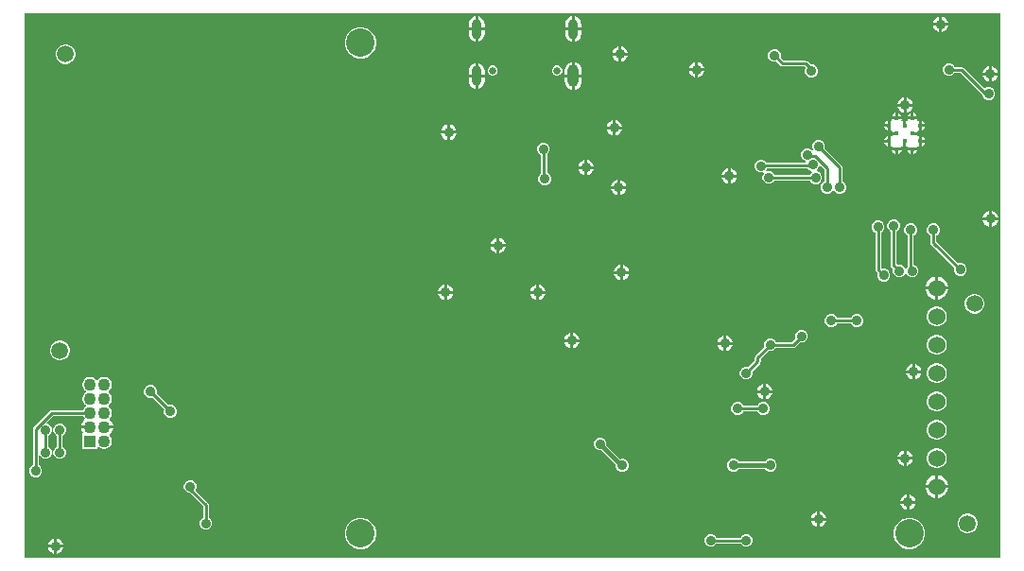
<source format=gbl>
G04*
G04 #@! TF.GenerationSoftware,Altium Limited,Altium Designer,24.2.2 (26)*
G04*
G04 Layer_Physical_Order=2*
G04 Layer_Color=16711680*
%FSLAX44Y44*%
%MOMM*%
G71*
G04*
G04 #@! TF.SameCoordinates,46537A69-6C61-4849-90A4-6659EB9BC9F3*
G04*
G04*
G04 #@! TF.FilePolarity,Positive*
G04*
G01*
G75*
%ADD12C,0.2540*%
%ADD42C,0.4000*%
%ADD48C,2.5400*%
%ADD49C,1.5000*%
%ADD50C,0.3810*%
%ADD52C,1.5240*%
%ADD53C,1.1000*%
%ADD54R,1.1000X1.1000*%
%ADD55C,0.6500*%
%ADD56O,1.0000X2.0000*%
%ADD57O,0.9000X1.8000*%
%ADD58C,0.8890*%
G36*
X881314Y261686D02*
X7686D01*
Y749234D01*
X881314D01*
Y261686D01*
D02*
G37*
%LPC*%
G36*
X829310Y746031D02*
Y740410D01*
X834931D01*
X834549Y741836D01*
X833629Y743429D01*
X832329Y744729D01*
X830736Y745649D01*
X829310Y746031D01*
D02*
G37*
G36*
X826770D02*
X825344Y745649D01*
X823751Y744729D01*
X822451Y743429D01*
X821531Y741836D01*
X821149Y740410D01*
X826770D01*
Y746031D01*
D02*
G37*
G36*
X500450Y746204D02*
Y736040D01*
X506281D01*
Y739270D01*
X506039Y741108D01*
X505329Y742820D01*
X504201Y744291D01*
X502730Y745419D01*
X501018Y746129D01*
X500450Y746204D01*
D02*
G37*
G36*
X413950D02*
Y736040D01*
X419781D01*
Y739270D01*
X419539Y741108D01*
X418829Y742820D01*
X417701Y744291D01*
X416230Y745419D01*
X414518Y746129D01*
X413950Y746204D01*
D02*
G37*
G36*
X497910D02*
X497342Y746129D01*
X495630Y745419D01*
X494159Y744291D01*
X493031Y742820D01*
X492321Y741108D01*
X492079Y739270D01*
Y736040D01*
X497910D01*
Y746204D01*
D02*
G37*
G36*
X411410D02*
X410842Y746129D01*
X409130Y745419D01*
X407659Y744291D01*
X406531Y742820D01*
X405821Y741108D01*
X405579Y739270D01*
Y736040D01*
X411410D01*
Y746204D01*
D02*
G37*
G36*
X834931Y737870D02*
X829310D01*
Y732249D01*
X830736Y732631D01*
X832329Y733551D01*
X833629Y734851D01*
X834549Y736444D01*
X834931Y737870D01*
D02*
G37*
G36*
X826770D02*
X821149D01*
X821531Y736444D01*
X822451Y734851D01*
X823751Y733551D01*
X825344Y732631D01*
X826770Y732249D01*
Y737870D01*
D02*
G37*
G36*
X506281Y733500D02*
X500450D01*
Y723336D01*
X501018Y723411D01*
X502730Y724121D01*
X504201Y725249D01*
X505329Y726720D01*
X506039Y728432D01*
X506281Y730270D01*
Y733500D01*
D02*
G37*
G36*
X419781D02*
X413950D01*
Y723336D01*
X414518Y723411D01*
X416230Y724121D01*
X417701Y725249D01*
X418829Y726720D01*
X419539Y728432D01*
X419781Y730270D01*
Y733500D01*
D02*
G37*
G36*
X497910D02*
X492079D01*
Y730270D01*
X492321Y728432D01*
X493031Y726720D01*
X494159Y725249D01*
X495630Y724121D01*
X497342Y723411D01*
X497910Y723336D01*
Y733500D01*
D02*
G37*
G36*
X411410D02*
X405579D01*
Y730270D01*
X405821Y728432D01*
X406531Y726720D01*
X407659Y725249D01*
X409130Y724121D01*
X410842Y723411D01*
X411410Y723336D01*
Y733500D01*
D02*
G37*
G36*
X542290Y719361D02*
Y713740D01*
X547911D01*
X547529Y715166D01*
X546609Y716759D01*
X545309Y718059D01*
X543716Y718979D01*
X542290Y719361D01*
D02*
G37*
G36*
X539750D02*
X538324Y718979D01*
X536731Y718059D01*
X535431Y716759D01*
X534511Y715166D01*
X534129Y713740D01*
X539750D01*
Y719361D01*
D02*
G37*
G36*
X310449Y736600D02*
X306771D01*
X303218Y735648D01*
X300032Y733809D01*
X297431Y731208D01*
X295592Y728022D01*
X294640Y724469D01*
Y720791D01*
X295592Y717238D01*
X297431Y714052D01*
X300032Y711451D01*
X303218Y709612D01*
X306771Y708660D01*
X310449D01*
X314002Y709612D01*
X317188Y711451D01*
X319789Y714052D01*
X321628Y717238D01*
X322580Y720791D01*
Y724469D01*
X321628Y728022D01*
X319789Y731208D01*
X317188Y733809D01*
X314002Y735648D01*
X310449Y736600D01*
D02*
G37*
G36*
X547911Y711200D02*
X542290D01*
Y705579D01*
X543716Y705961D01*
X545309Y706881D01*
X546609Y708181D01*
X547529Y709774D01*
X547911Y711200D01*
D02*
G37*
G36*
X539750D02*
X534129D01*
X534511Y709774D01*
X535431Y708181D01*
X536731Y706881D01*
X538324Y705961D01*
X539750Y705579D01*
Y711200D01*
D02*
G37*
G36*
X45605Y721240D02*
X43295D01*
X41065Y720642D01*
X39065Y719488D01*
X37432Y717855D01*
X36278Y715855D01*
X35680Y713625D01*
Y711315D01*
X36278Y709085D01*
X37432Y707085D01*
X39065Y705452D01*
X41065Y704298D01*
X43295Y703700D01*
X45605D01*
X47835Y704298D01*
X49835Y705452D01*
X51468Y707085D01*
X52622Y709085D01*
X53220Y711315D01*
Y713625D01*
X52622Y715855D01*
X51468Y717855D01*
X49835Y719488D01*
X47835Y720642D01*
X45605Y721240D01*
D02*
G37*
G36*
X610870Y705391D02*
Y699770D01*
X616491D01*
X616109Y701196D01*
X615189Y702789D01*
X613889Y704089D01*
X612296Y705009D01*
X610870Y705391D01*
D02*
G37*
G36*
X608330D02*
X606904Y705009D01*
X605311Y704089D01*
X604011Y702789D01*
X603091Y701196D01*
X602709Y699770D01*
X608330D01*
Y705391D01*
D02*
G37*
G36*
X873760Y701581D02*
Y695960D01*
X879381D01*
X878999Y697386D01*
X878079Y698979D01*
X876779Y700279D01*
X875186Y701199D01*
X873760Y701581D01*
D02*
G37*
G36*
X871220D02*
X869794Y701199D01*
X868201Y700279D01*
X866901Y698979D01*
X865981Y697386D01*
X865599Y695960D01*
X871220D01*
Y701581D01*
D02*
G37*
G36*
X500450Y705408D02*
Y694240D01*
X506785D01*
Y697970D01*
X506526Y699938D01*
X505766Y701773D01*
X504558Y703348D01*
X502982Y704556D01*
X501148Y705316D01*
X500450Y705408D01*
D02*
G37*
G36*
X413950Y704404D02*
Y694240D01*
X419781D01*
Y697470D01*
X419539Y699308D01*
X418829Y701020D01*
X417701Y702491D01*
X416230Y703619D01*
X414518Y704329D01*
X413950Y704404D01*
D02*
G37*
G36*
X411410D02*
X410842Y704329D01*
X409130Y703619D01*
X407659Y702491D01*
X406531Y701020D01*
X405821Y699308D01*
X405579Y697470D01*
Y694240D01*
X411410D01*
Y704404D01*
D02*
G37*
G36*
X497910Y705408D02*
X497212Y705316D01*
X495378Y704556D01*
X493802Y703348D01*
X492594Y701773D01*
X491834Y699938D01*
X491575Y697970D01*
Y694240D01*
X497910D01*
Y705408D01*
D02*
G37*
G36*
X485729Y702290D02*
X483931D01*
X482270Y701602D01*
X480998Y700330D01*
X480310Y698669D01*
Y696871D01*
X480998Y695210D01*
X482270Y693938D01*
X483931Y693250D01*
X485729D01*
X487390Y693938D01*
X488662Y695210D01*
X489350Y696871D01*
Y698669D01*
X488662Y700330D01*
X487390Y701602D01*
X485729Y702290D01*
D02*
G37*
G36*
X427929D02*
X426131D01*
X424470Y701602D01*
X423198Y700330D01*
X422510Y698669D01*
Y696871D01*
X423198Y695210D01*
X424470Y693938D01*
X426131Y693250D01*
X427929D01*
X429590Y693938D01*
X430862Y695210D01*
X431550Y696871D01*
Y698669D01*
X430862Y700330D01*
X429590Y701602D01*
X427929Y702290D01*
D02*
G37*
G36*
X616491Y697230D02*
X610870D01*
Y691609D01*
X612296Y691991D01*
X613889Y692911D01*
X615189Y694211D01*
X616109Y695804D01*
X616491Y697230D01*
D02*
G37*
G36*
X608330D02*
X602709D01*
X603091Y695804D01*
X604011Y694211D01*
X605311Y692911D01*
X606904Y691991D01*
X608330Y691609D01*
Y697230D01*
D02*
G37*
G36*
X680582Y716910D02*
X678308D01*
X676208Y716040D01*
X674600Y714432D01*
X673730Y712332D01*
Y710058D01*
X674600Y707958D01*
X676208Y706350D01*
X678308Y705480D01*
X680582D01*
X681229Y705748D01*
X684955Y702023D01*
X685795Y701462D01*
X686786Y701264D01*
X706347D01*
X707484Y700127D01*
X706755Y698367D01*
Y696093D01*
X707625Y693993D01*
X709233Y692385D01*
X711333Y691515D01*
X713607D01*
X715707Y692385D01*
X717315Y693993D01*
X718185Y696093D01*
Y698367D01*
X717315Y700467D01*
X715707Y702075D01*
X713607Y702945D01*
X711992D01*
X709251Y705686D01*
X708411Y706247D01*
X707420Y706444D01*
X687858D01*
X684892Y709411D01*
X685160Y710058D01*
Y712332D01*
X684290Y714432D01*
X682682Y716040D01*
X680582Y716910D01*
D02*
G37*
G36*
X879381Y693420D02*
X873760D01*
Y687799D01*
X875186Y688181D01*
X876779Y689101D01*
X878079Y690401D01*
X878999Y691994D01*
X879381Y693420D01*
D02*
G37*
G36*
X871220D02*
X865599D01*
X865981Y691994D01*
X866901Y690401D01*
X868201Y689101D01*
X869794Y688181D01*
X871220Y687799D01*
Y693420D01*
D02*
G37*
G36*
X411410Y691700D02*
X405579D01*
Y688470D01*
X405821Y686632D01*
X406531Y684920D01*
X407659Y683449D01*
X409130Y682321D01*
X410842Y681611D01*
X411410Y681536D01*
Y691700D01*
D02*
G37*
G36*
X419781D02*
X413950D01*
Y681536D01*
X414518Y681611D01*
X416230Y682321D01*
X417701Y683449D01*
X418829Y684920D01*
X419539Y686632D01*
X419781Y688470D01*
Y691700D01*
D02*
G37*
G36*
X497910D02*
X491575D01*
Y687970D01*
X491834Y686002D01*
X492594Y684167D01*
X493802Y682592D01*
X495378Y681384D01*
X497212Y680624D01*
X497910Y680532D01*
Y691700D01*
D02*
G37*
G36*
X506785D02*
X500450D01*
Y680532D01*
X501148Y680624D01*
X502982Y681384D01*
X504558Y682592D01*
X505766Y684167D01*
X506526Y686002D01*
X506785Y687970D01*
Y691700D01*
D02*
G37*
G36*
X836797Y704215D02*
X834523D01*
X832423Y703345D01*
X830815Y701737D01*
X829945Y699637D01*
Y697363D01*
X830815Y695263D01*
X832423Y693655D01*
X834523Y692785D01*
X836797D01*
X838897Y693655D01*
X840505Y695263D01*
X840773Y695910D01*
X846017D01*
X865505Y676423D01*
Y675773D01*
X866375Y673673D01*
X867983Y672065D01*
X870083Y671195D01*
X872357D01*
X874457Y672065D01*
X876065Y673673D01*
X876935Y675773D01*
Y678047D01*
X876065Y680147D01*
X874457Y681755D01*
X872357Y682625D01*
X870083D01*
X867983Y681755D01*
X867740Y681512D01*
X848921Y700331D01*
X848081Y700893D01*
X847090Y701090D01*
X840773D01*
X840505Y701737D01*
X838897Y703345D01*
X836797Y704215D01*
D02*
G37*
G36*
X797560Y673641D02*
Y668020D01*
X803181D01*
X802799Y669446D01*
X801879Y671039D01*
X800579Y672339D01*
X798986Y673259D01*
X797560Y673641D01*
D02*
G37*
G36*
X795020D02*
X793594Y673259D01*
X792001Y672339D01*
X790701Y671039D01*
X789781Y669446D01*
X789399Y668020D01*
X795020D01*
Y673641D01*
D02*
G37*
G36*
X803181Y665480D02*
X797560D01*
Y659859D01*
X798986Y660241D01*
X800579Y661161D01*
X801879Y662461D01*
X802799Y664054D01*
X803181Y665480D01*
D02*
G37*
G36*
X795020D02*
X789399D01*
X789781Y664054D01*
X790701Y662461D01*
X792001Y661161D01*
X793594Y660241D01*
X795020Y659859D01*
Y665480D01*
D02*
G37*
G36*
X804090Y659762D02*
Y656645D01*
X807208D01*
X806669Y657946D01*
X805392Y659223D01*
X804090Y659762D01*
D02*
G37*
G36*
X801550Y659762D02*
X800248Y659223D01*
X798971Y657946D01*
X798432Y656645D01*
X801550D01*
Y659762D01*
D02*
G37*
G36*
X790090Y659762D02*
Y656645D01*
X793208D01*
X792669Y657946D01*
X791392Y659223D01*
X790090Y659762D01*
D02*
G37*
G36*
X787550D02*
X786248Y659223D01*
X784971Y657946D01*
X784432Y656645D01*
X787550D01*
Y659762D01*
D02*
G37*
G36*
X807208Y654105D02*
X802820D01*
X798432D01*
X798694Y653473D01*
X797722Y652501D01*
X797090Y652763D01*
Y648374D01*
X794550D01*
Y652763D01*
X793919Y652501D01*
X792946Y653473D01*
X793208Y654105D01*
X788820D01*
X784432D01*
X784694Y653473D01*
X783722Y652501D01*
X783090Y652763D01*
Y648374D01*
Y643987D01*
X783722Y644248D01*
X784694Y643276D01*
X784432Y642645D01*
X788820D01*
Y640105D01*
X784432D01*
X784694Y639473D01*
X783722Y638501D01*
X783090Y638763D01*
Y634375D01*
Y629986D01*
X783722Y630248D01*
X784694Y629276D01*
X784432Y628644D01*
X788820D01*
X793208D01*
X792946Y629276D01*
X793919Y630248D01*
X794550Y629986D01*
Y634374D01*
X797090D01*
Y629986D01*
X797722Y630248D01*
X798694Y629276D01*
X798432Y628644D01*
X802820D01*
X807208D01*
X806946Y629276D01*
X807918Y630248D01*
X808550Y629986D01*
Y634374D01*
Y638763D01*
X807918Y638501D01*
X806946Y639473D01*
X807208Y640105D01*
X802820D01*
Y642645D01*
X807208D01*
X806946Y643276D01*
X807918Y644248D01*
X808550Y643987D01*
Y648374D01*
Y652763D01*
X807918Y652501D01*
X806946Y653473D01*
X807208Y654105D01*
D02*
G37*
G36*
X780550Y652763D02*
X779248Y652223D01*
X777971Y650946D01*
X777432Y649644D01*
X780550D01*
Y652763D01*
D02*
G37*
G36*
X811090D02*
Y649644D01*
X814208D01*
X813669Y650946D01*
X812392Y652223D01*
X811090Y652763D01*
D02*
G37*
G36*
X537210Y653321D02*
Y647700D01*
X542831D01*
X542449Y649126D01*
X541529Y650719D01*
X540229Y652019D01*
X538636Y652939D01*
X537210Y653321D01*
D02*
G37*
G36*
X534670D02*
X533244Y652939D01*
X531651Y652019D01*
X530351Y650719D01*
X529431Y649126D01*
X529049Y647700D01*
X534670D01*
Y653321D01*
D02*
G37*
G36*
X814208Y647104D02*
X811090D01*
Y643986D01*
X812392Y644526D01*
X813669Y645803D01*
X814208Y647104D01*
D02*
G37*
G36*
X780550Y647104D02*
X777432D01*
X777971Y645803D01*
X779248Y644526D01*
X780550Y643986D01*
Y647104D01*
D02*
G37*
G36*
X388874Y649257D02*
Y643636D01*
X394495D01*
X394113Y645062D01*
X393193Y646655D01*
X391893Y647955D01*
X390300Y648875D01*
X388874Y649257D01*
D02*
G37*
G36*
X386334D02*
X384908Y648875D01*
X383315Y647955D01*
X382015Y646655D01*
X381095Y645062D01*
X380713Y643636D01*
X386334D01*
Y649257D01*
D02*
G37*
G36*
X542831Y645160D02*
X537210D01*
Y639539D01*
X538636Y639921D01*
X540229Y640841D01*
X541529Y642141D01*
X542449Y643734D01*
X542831Y645160D01*
D02*
G37*
G36*
X534670D02*
X529049D01*
X529431Y643734D01*
X530351Y642141D01*
X531651Y640841D01*
X533244Y639921D01*
X534670Y639539D01*
Y645160D01*
D02*
G37*
G36*
X780550Y638763D02*
X779248Y638223D01*
X777971Y636946D01*
X777432Y635644D01*
X780550D01*
Y638763D01*
D02*
G37*
G36*
X811090Y638763D02*
Y635644D01*
X814208D01*
X813669Y636946D01*
X812392Y638223D01*
X811090Y638763D01*
D02*
G37*
G36*
X394495Y641096D02*
X388874D01*
Y635475D01*
X390300Y635857D01*
X391893Y636777D01*
X393193Y638077D01*
X394113Y639670D01*
X394495Y641096D01*
D02*
G37*
G36*
X386334D02*
X380713D01*
X381095Y639670D01*
X382015Y638077D01*
X383315Y636777D01*
X384908Y635857D01*
X386334Y635475D01*
Y641096D01*
D02*
G37*
G36*
X814208Y633104D02*
X811090D01*
Y629986D01*
X812392Y630526D01*
X813669Y631803D01*
X814208Y633104D01*
D02*
G37*
G36*
X780550Y633105D02*
X777432D01*
X777971Y631803D01*
X779248Y630526D01*
X780550Y629986D01*
Y633105D01*
D02*
G37*
G36*
X719957Y635635D02*
X717683D01*
X715583Y634765D01*
X713975Y633157D01*
X713105Y631057D01*
Y628783D01*
X713847Y626991D01*
X712771Y626272D01*
X711897Y627145D01*
X709797Y628015D01*
X707523D01*
X705423Y627145D01*
X703815Y625537D01*
X702945Y623437D01*
Y621163D01*
X703815Y619063D01*
X705423Y617455D01*
X707499Y616595D01*
X707523Y616584D01*
X707403Y615365D01*
X672235D01*
X672230Y615377D01*
X670622Y616985D01*
X668522Y617855D01*
X666248D01*
X664148Y616985D01*
X662540Y615377D01*
X661670Y613277D01*
Y611003D01*
X662540Y608903D01*
X664148Y607295D01*
X666248Y606425D01*
X668522D01*
X669230Y606718D01*
X669949Y605642D01*
X669525Y605217D01*
X668655Y603117D01*
Y600843D01*
X669525Y598743D01*
X671133Y597135D01*
X673233Y596265D01*
X675507D01*
X677607Y597135D01*
X679215Y598743D01*
X679220Y598755D01*
X711312D01*
X711410Y598519D01*
X713018Y596911D01*
X715118Y596041D01*
X717392D01*
X719492Y596911D01*
X721100Y598519D01*
X721970Y600619D01*
Y602893D01*
X721100Y604993D01*
X719492Y606601D01*
X717498Y607427D01*
X717332Y607791D01*
X717153Y608741D01*
X718585Y610173D01*
X719409Y612161D01*
X720628Y612738D01*
X723850Y609515D01*
Y598203D01*
X723203Y597935D01*
X721595Y596327D01*
X720725Y594227D01*
Y591953D01*
X721595Y589853D01*
X723203Y588245D01*
X725303Y587375D01*
X727577D01*
X729677Y588245D01*
X731285Y589853D01*
X731520Y590420D01*
X732790D01*
X733025Y589853D01*
X734633Y588245D01*
X736733Y587375D01*
X739007D01*
X741107Y588245D01*
X742715Y589853D01*
X743585Y591953D01*
Y594227D01*
X742715Y596327D01*
X741107Y597935D01*
X740460Y598203D01*
Y610870D01*
X740263Y611861D01*
X739701Y612701D01*
X724267Y628136D01*
X724535Y628783D01*
Y631057D01*
X723665Y633157D01*
X722057Y634765D01*
X719957Y635635D01*
D02*
G37*
G36*
X807208Y626105D02*
X804090D01*
Y622986D01*
X805392Y623526D01*
X806669Y624803D01*
X807208Y626105D01*
D02*
G37*
G36*
X793208Y626105D02*
X790090D01*
Y622986D01*
X791392Y623526D01*
X792669Y624803D01*
X793208Y626105D01*
D02*
G37*
G36*
X787550D02*
X784432D01*
X784971Y624803D01*
X786248Y623526D01*
X787550Y622986D01*
Y626105D01*
D02*
G37*
G36*
X801550Y626105D02*
X798432D01*
X798971Y624803D01*
X800248Y623526D01*
X801550Y622986D01*
Y626105D01*
D02*
G37*
G36*
X511810Y617761D02*
Y612140D01*
X517431D01*
X517049Y613566D01*
X516129Y615159D01*
X514829Y616459D01*
X513236Y617379D01*
X511810Y617761D01*
D02*
G37*
G36*
X509270D02*
X507844Y617379D01*
X506251Y616459D01*
X504951Y615159D01*
X504031Y613566D01*
X503649Y612140D01*
X509270D01*
Y617761D01*
D02*
G37*
G36*
X640080Y610141D02*
Y604520D01*
X645701D01*
X645319Y605946D01*
X644399Y607539D01*
X643099Y608839D01*
X641506Y609759D01*
X640080Y610141D01*
D02*
G37*
G36*
X637540D02*
X636114Y609759D01*
X634521Y608839D01*
X633221Y607539D01*
X632301Y605946D01*
X631919Y604520D01*
X637540D01*
Y610141D01*
D02*
G37*
G36*
X517431Y609600D02*
X511810D01*
Y603979D01*
X513236Y604361D01*
X514829Y605281D01*
X516129Y606581D01*
X517049Y608174D01*
X517431Y609600D01*
D02*
G37*
G36*
X509270D02*
X503649D01*
X504031Y608174D01*
X504951Y606581D01*
X506251Y605281D01*
X507844Y604361D01*
X509270Y603979D01*
Y609600D01*
D02*
G37*
G36*
X645701Y601980D02*
X640080D01*
Y596359D01*
X641506Y596741D01*
X643099Y597661D01*
X644399Y598961D01*
X645319Y600554D01*
X645701Y601980D01*
D02*
G37*
G36*
X637540D02*
X631919D01*
X632301Y600554D01*
X633221Y598961D01*
X634521Y597661D01*
X636114Y596741D01*
X637540Y596359D01*
Y601980D01*
D02*
G37*
G36*
X473577Y633095D02*
X471303D01*
X469203Y632225D01*
X467595Y630617D01*
X466725Y628517D01*
Y626243D01*
X467595Y624143D01*
X469203Y622535D01*
X470485Y622004D01*
Y605560D01*
X470473Y605555D01*
X468865Y603947D01*
X467995Y601847D01*
Y599573D01*
X468865Y597473D01*
X470473Y595865D01*
X472573Y594995D01*
X474847D01*
X476947Y595865D01*
X478555Y597473D01*
X479425Y599573D01*
Y601847D01*
X478555Y603947D01*
X476947Y605555D01*
X475665Y606086D01*
Y622530D01*
X475677Y622535D01*
X477285Y624143D01*
X478155Y626243D01*
Y628517D01*
X477285Y630617D01*
X475677Y632225D01*
X473577Y633095D01*
D02*
G37*
G36*
X541040Y599961D02*
Y594340D01*
X546661D01*
X546279Y595766D01*
X545359Y597359D01*
X544059Y598659D01*
X542466Y599579D01*
X541040Y599961D01*
D02*
G37*
G36*
X538500D02*
X537074Y599579D01*
X535481Y598659D01*
X534181Y597359D01*
X533261Y595766D01*
X532879Y594340D01*
X538500D01*
Y599961D01*
D02*
G37*
G36*
X546661Y591800D02*
X541040D01*
Y586179D01*
X542466Y586561D01*
X544059Y587481D01*
X545359Y588781D01*
X546279Y590374D01*
X546661Y591800D01*
D02*
G37*
G36*
X538500D02*
X532879D01*
X533261Y590374D01*
X534181Y588781D01*
X535481Y587481D01*
X537074Y586561D01*
X538500Y586179D01*
Y591800D01*
D02*
G37*
G36*
X874025Y571776D02*
Y566155D01*
X879646D01*
X879264Y567581D01*
X878344Y569174D01*
X877044Y570474D01*
X875451Y571394D01*
X874025Y571776D01*
D02*
G37*
G36*
X871485D02*
X870059Y571394D01*
X868466Y570474D01*
X867166Y569174D01*
X866246Y567581D01*
X865864Y566155D01*
X871485D01*
Y571776D01*
D02*
G37*
G36*
X879646Y563615D02*
X874025D01*
Y557994D01*
X875451Y558376D01*
X877044Y559296D01*
X878344Y560596D01*
X879264Y562189D01*
X879646Y563615D01*
D02*
G37*
G36*
X871485D02*
X865864D01*
X866246Y562189D01*
X867166Y560596D01*
X868466Y559296D01*
X870059Y558376D01*
X871485Y557994D01*
Y563615D01*
D02*
G37*
G36*
X433070Y547911D02*
Y542290D01*
X438691D01*
X438309Y543716D01*
X437389Y545309D01*
X436089Y546609D01*
X434496Y547529D01*
X433070Y547911D01*
D02*
G37*
G36*
X430530D02*
X429104Y547529D01*
X427511Y546609D01*
X426211Y545309D01*
X425291Y543716D01*
X424909Y542290D01*
X430530D01*
Y547911D01*
D02*
G37*
G36*
X438691Y539750D02*
X433070D01*
Y534129D01*
X434496Y534511D01*
X436089Y535431D01*
X437389Y536731D01*
X438309Y538324D01*
X438691Y539750D01*
D02*
G37*
G36*
X430530D02*
X424909D01*
X425291Y538324D01*
X426211Y536731D01*
X427511Y535431D01*
X429104Y534511D01*
X430530Y534129D01*
Y539750D01*
D02*
G37*
G36*
X543560Y523781D02*
Y518160D01*
X549181D01*
X548799Y519586D01*
X547879Y521179D01*
X546579Y522479D01*
X544986Y523399D01*
X543560Y523781D01*
D02*
G37*
G36*
X541020D02*
X539594Y523399D01*
X538001Y522479D01*
X536701Y521179D01*
X535781Y519586D01*
X535399Y518160D01*
X541020D01*
Y523781D01*
D02*
G37*
G36*
X822827Y560705D02*
X820553D01*
X818453Y559835D01*
X816845Y558227D01*
X815975Y556127D01*
Y553853D01*
X816845Y551753D01*
X818453Y550145D01*
X819100Y549877D01*
Y543560D01*
X819297Y542569D01*
X819859Y541729D01*
X840373Y521214D01*
X840105Y520567D01*
Y518293D01*
X840975Y516193D01*
X842583Y514585D01*
X844683Y513715D01*
X846957D01*
X849057Y514585D01*
X850665Y516193D01*
X851535Y518293D01*
Y520567D01*
X850665Y522667D01*
X849057Y524275D01*
X846957Y525145D01*
X844683D01*
X844036Y524877D01*
X824280Y544633D01*
Y549877D01*
X824927Y550145D01*
X826535Y551753D01*
X827405Y553853D01*
Y556127D01*
X826535Y558227D01*
X824927Y559835D01*
X822827Y560705D01*
D02*
G37*
G36*
X787267Y564515D02*
X784993D01*
X782893Y563645D01*
X781285Y562037D01*
X780415Y559937D01*
Y557663D01*
X781285Y555563D01*
X782893Y553955D01*
X783540Y553687D01*
Y523240D01*
X783737Y522249D01*
X784299Y521409D01*
X785763Y519944D01*
X785495Y519297D01*
Y517023D01*
X786365Y514923D01*
X787973Y513315D01*
X790073Y512445D01*
X792347D01*
X794447Y513315D01*
X796055Y514923D01*
X796290Y515490D01*
X797560D01*
X797795Y514923D01*
X799403Y513315D01*
X801503Y512445D01*
X803777D01*
X805877Y513315D01*
X807485Y514923D01*
X808355Y517023D01*
Y519297D01*
X807485Y521397D01*
X805877Y523005D01*
X803960Y523799D01*
Y549877D01*
X804607Y550145D01*
X806215Y551753D01*
X807085Y553853D01*
Y556127D01*
X806215Y558227D01*
X804607Y559835D01*
X802507Y560705D01*
X800233D01*
X798133Y559835D01*
X796525Y558227D01*
X795655Y556127D01*
Y553853D01*
X796525Y551753D01*
X798133Y550145D01*
X798780Y549877D01*
Y522383D01*
X797795Y521397D01*
X797560Y520830D01*
X796290D01*
X796055Y521397D01*
X794447Y523005D01*
X792347Y523875D01*
X790073D01*
X789754Y523743D01*
X788720Y524560D01*
Y553687D01*
X789367Y553955D01*
X790975Y555563D01*
X791845Y557663D01*
Y559937D01*
X790975Y562037D01*
X789367Y563645D01*
X787267Y564515D01*
D02*
G37*
G36*
X549181Y515620D02*
X543560D01*
Y509999D01*
X544986Y510381D01*
X546579Y511301D01*
X547879Y512601D01*
X548799Y514194D01*
X549181Y515620D01*
D02*
G37*
G36*
X541020D02*
X535399D01*
X535781Y514194D01*
X536701Y512601D01*
X538001Y511301D01*
X539594Y510381D01*
X541020Y509999D01*
Y515620D01*
D02*
G37*
G36*
X773297Y563245D02*
X771023D01*
X768923Y562375D01*
X767315Y560767D01*
X766445Y558667D01*
Y556393D01*
X767315Y554293D01*
X768923Y552685D01*
X769570Y552417D01*
Y519430D01*
X769767Y518439D01*
X770329Y517599D01*
X771793Y516134D01*
X771525Y515487D01*
Y513213D01*
X772395Y511113D01*
X774003Y509505D01*
X776103Y508635D01*
X778377D01*
X780477Y509505D01*
X782085Y511113D01*
X782955Y513213D01*
Y515487D01*
X782085Y517587D01*
X780477Y519195D01*
X778377Y520065D01*
X776103D01*
X775784Y519933D01*
X774750Y520750D01*
Y552417D01*
X775397Y552685D01*
X777005Y554293D01*
X777875Y556393D01*
Y558667D01*
X777005Y560767D01*
X775397Y562375D01*
X773297Y563245D01*
D02*
G37*
G36*
X826073Y513080D02*
X826005D01*
Y504190D01*
X834895D01*
Y504258D01*
X834203Y506842D01*
X832866Y509158D01*
X830974Y511050D01*
X828657Y512388D01*
X826073Y513080D01*
D02*
G37*
G36*
X823465D02*
X823398D01*
X820814Y512388D01*
X818497Y511050D01*
X816605Y509158D01*
X815268Y506842D01*
X814576Y504258D01*
Y504190D01*
X823465D01*
Y513080D01*
D02*
G37*
G36*
X468630Y506001D02*
Y500380D01*
X474251D01*
X473869Y501806D01*
X472949Y503399D01*
X471649Y504699D01*
X470056Y505619D01*
X468630Y506001D01*
D02*
G37*
G36*
X466090D02*
X464664Y505619D01*
X463071Y504699D01*
X461771Y503399D01*
X460851Y501806D01*
X460469Y500380D01*
X466090D01*
Y506001D01*
D02*
G37*
G36*
X386080D02*
Y500380D01*
X391701D01*
X391319Y501806D01*
X390399Y503399D01*
X389099Y504699D01*
X387506Y505619D01*
X386080Y506001D01*
D02*
G37*
G36*
X383540D02*
X382114Y505619D01*
X380521Y504699D01*
X379221Y503399D01*
X378301Y501806D01*
X377919Y500380D01*
X383540D01*
Y506001D01*
D02*
G37*
G36*
X834895Y501650D02*
X826005D01*
Y492760D01*
X826073D01*
X828657Y493452D01*
X830974Y494790D01*
X832866Y496682D01*
X834203Y498998D01*
X834895Y501582D01*
Y501650D01*
D02*
G37*
G36*
X823465D02*
X814576D01*
Y501582D01*
X815268Y498998D01*
X816605Y496682D01*
X818497Y494790D01*
X820814Y493452D01*
X823398Y492760D01*
X823465D01*
Y501650D01*
D02*
G37*
G36*
X474251Y497840D02*
X468630D01*
Y492219D01*
X470056Y492601D01*
X471649Y493521D01*
X472949Y494821D01*
X473869Y496414D01*
X474251Y497840D01*
D02*
G37*
G36*
X466090D02*
X460469D01*
X460851Y496414D01*
X461771Y494821D01*
X463071Y493521D01*
X464664Y492601D01*
X466090Y492219D01*
Y497840D01*
D02*
G37*
G36*
X391701D02*
X386080D01*
Y492219D01*
X387506Y492601D01*
X389099Y493521D01*
X390399Y494821D01*
X391319Y496414D01*
X391701Y497840D01*
D02*
G37*
G36*
X383540D02*
X377919D01*
X378301Y496414D01*
X379221Y494821D01*
X380521Y493521D01*
X382114Y492601D01*
X383540Y492219D01*
Y497840D01*
D02*
G37*
G36*
X859675Y497720D02*
X857365D01*
X855135Y497122D01*
X853135Y495968D01*
X851502Y494335D01*
X850348Y492335D01*
X849750Y490105D01*
Y487795D01*
X850348Y485565D01*
X851502Y483565D01*
X853135Y481932D01*
X855135Y480778D01*
X857365Y480180D01*
X859675D01*
X861905Y480778D01*
X863905Y481932D01*
X865538Y483565D01*
X866692Y485565D01*
X867290Y487795D01*
Y490105D01*
X866692Y492335D01*
X865538Y494335D01*
X863905Y495968D01*
X861905Y497122D01*
X859675Y497720D01*
D02*
G37*
G36*
X754247Y479425D02*
X751973D01*
X749873Y478555D01*
X748265Y476947D01*
X747997Y476300D01*
X735363D01*
X735095Y476947D01*
X733487Y478555D01*
X731387Y479425D01*
X729113D01*
X727013Y478555D01*
X725405Y476947D01*
X724535Y474847D01*
Y472573D01*
X725405Y470473D01*
X727013Y468865D01*
X729113Y467995D01*
X731387D01*
X733487Y468865D01*
X735095Y470473D01*
X735363Y471120D01*
X747997D01*
X748265Y470473D01*
X749873Y468865D01*
X751973Y467995D01*
X754247D01*
X756347Y468865D01*
X757955Y470473D01*
X758825Y472573D01*
Y474847D01*
X757955Y476947D01*
X756347Y478555D01*
X754247Y479425D01*
D02*
G37*
G36*
X825906Y486410D02*
X823565D01*
X821304Y485804D01*
X819277Y484634D01*
X817622Y482979D01*
X816451Y480951D01*
X815845Y478690D01*
Y476350D01*
X816451Y474089D01*
X817622Y472061D01*
X819277Y470406D01*
X821304Y469236D01*
X823565Y468630D01*
X825906D01*
X828167Y469236D01*
X830194Y470406D01*
X831849Y472061D01*
X833020Y474089D01*
X833625Y476350D01*
Y478690D01*
X833020Y480951D01*
X831849Y482979D01*
X830194Y484634D01*
X828167Y485804D01*
X825906Y486410D01*
D02*
G37*
G36*
X499110Y462821D02*
Y457200D01*
X504731D01*
X504349Y458626D01*
X503429Y460219D01*
X502129Y461519D01*
X500536Y462439D01*
X499110Y462821D01*
D02*
G37*
G36*
X496570D02*
X495144Y462439D01*
X493551Y461519D01*
X492251Y460219D01*
X491331Y458626D01*
X490949Y457200D01*
X496570D01*
Y462821D01*
D02*
G37*
G36*
X704717Y465455D02*
X702443D01*
X700343Y464585D01*
X698735Y462977D01*
X697865Y460877D01*
Y458603D01*
X698133Y457956D01*
X694887Y454710D01*
X680753D01*
X680485Y455357D01*
X678877Y456965D01*
X676777Y457835D01*
X674503D01*
X672403Y456965D01*
X670795Y455357D01*
X669925Y453257D01*
Y450983D01*
X670193Y450336D01*
X662584Y442727D01*
X662023Y441886D01*
X661826Y440895D01*
Y438158D01*
X655834Y432167D01*
X655187Y432435D01*
X652913D01*
X650813Y431565D01*
X649205Y429957D01*
X648335Y427857D01*
Y425583D01*
X649205Y423483D01*
X650813Y421875D01*
X652913Y421005D01*
X655187D01*
X657287Y421875D01*
X658895Y423483D01*
X659765Y425583D01*
Y427857D01*
X659497Y428504D01*
X666247Y435254D01*
X666808Y436094D01*
X667005Y437085D01*
Y439823D01*
X673856Y446673D01*
X674503Y446405D01*
X676777D01*
X678877Y447275D01*
X680485Y448883D01*
X680753Y449530D01*
X695960D01*
X696951Y449727D01*
X697791Y450289D01*
X701796Y454293D01*
X702443Y454025D01*
X704717D01*
X706817Y454895D01*
X708425Y456503D01*
X709295Y458603D01*
Y460877D01*
X708425Y462977D01*
X706817Y464585D01*
X704717Y465455D01*
D02*
G37*
G36*
X636270Y460281D02*
Y454660D01*
X641891D01*
X641509Y456086D01*
X640589Y457679D01*
X639289Y458979D01*
X637696Y459899D01*
X636270Y460281D01*
D02*
G37*
G36*
X633730D02*
X632304Y459899D01*
X630711Y458979D01*
X629411Y457679D01*
X628491Y456086D01*
X628109Y454660D01*
X633730D01*
Y460281D01*
D02*
G37*
G36*
X504731Y454660D02*
X499110D01*
Y449039D01*
X500536Y449421D01*
X502129Y450341D01*
X503429Y451641D01*
X504349Y453234D01*
X504731Y454660D01*
D02*
G37*
G36*
X496570D02*
X490949D01*
X491331Y453234D01*
X492251Y451641D01*
X493551Y450341D01*
X495144Y449421D01*
X496570Y449039D01*
Y454660D01*
D02*
G37*
G36*
X641891Y452120D02*
X636270D01*
Y446499D01*
X637696Y446881D01*
X639289Y447801D01*
X640589Y449101D01*
X641509Y450694D01*
X641891Y452120D01*
D02*
G37*
G36*
X633730D02*
X628109D01*
X628491Y450694D01*
X629411Y449101D01*
X630711Y447801D01*
X632304Y446881D01*
X633730Y446499D01*
Y452120D01*
D02*
G37*
G36*
X825906Y461010D02*
X823565D01*
X821304Y460404D01*
X819277Y459234D01*
X817622Y457579D01*
X816451Y455551D01*
X815845Y453290D01*
Y450950D01*
X816451Y448689D01*
X817622Y446661D01*
X819277Y445006D01*
X821304Y443836D01*
X823565Y443230D01*
X825906D01*
X828167Y443836D01*
X830194Y445006D01*
X831849Y446661D01*
X833020Y448689D01*
X833625Y450950D01*
Y453290D01*
X833020Y455551D01*
X831849Y457579D01*
X830194Y459234D01*
X828167Y460404D01*
X825906Y461010D01*
D02*
G37*
G36*
X40525Y455810D02*
X38215D01*
X35985Y455212D01*
X33985Y454058D01*
X32352Y452425D01*
X31198Y450425D01*
X30600Y448195D01*
Y445885D01*
X31198Y443655D01*
X32352Y441655D01*
X33985Y440022D01*
X35985Y438868D01*
X38215Y438270D01*
X40525D01*
X42755Y438868D01*
X44755Y440022D01*
X46388Y441655D01*
X47542Y443655D01*
X48140Y445885D01*
Y448195D01*
X47542Y450425D01*
X46388Y452425D01*
X44755Y454058D01*
X42755Y455212D01*
X40525Y455810D01*
D02*
G37*
G36*
X805180Y434881D02*
Y429260D01*
X810801D01*
X810419Y430686D01*
X809499Y432279D01*
X808199Y433579D01*
X806606Y434499D01*
X805180Y434881D01*
D02*
G37*
G36*
X802640D02*
X801214Y434499D01*
X799621Y433579D01*
X798321Y432279D01*
X797401Y430686D01*
X797019Y429260D01*
X802640D01*
Y434881D01*
D02*
G37*
G36*
X810801Y426720D02*
X805180D01*
Y421099D01*
X806606Y421481D01*
X808199Y422401D01*
X809499Y423701D01*
X810419Y425294D01*
X810801Y426720D01*
D02*
G37*
G36*
X802640D02*
X797019D01*
X797401Y425294D01*
X798321Y423701D01*
X799621Y422401D01*
X801214Y421481D01*
X802640Y421099D01*
Y426720D01*
D02*
G37*
G36*
X80139Y423330D02*
X78357D01*
X76635Y422869D01*
X75091Y421977D01*
X73831Y420717D01*
X73631Y420372D01*
X72165D01*
X71965Y420717D01*
X70705Y421977D01*
X69161Y422869D01*
X67439Y423330D01*
X65657D01*
X63935Y422869D01*
X62391Y421977D01*
X61131Y420717D01*
X60239Y419173D01*
X59778Y417451D01*
Y415669D01*
X60239Y413947D01*
X61131Y412403D01*
X62391Y411143D01*
X62737Y410943D01*
Y409477D01*
X62391Y409277D01*
X61131Y408017D01*
X60239Y406473D01*
X59778Y404751D01*
Y402969D01*
X60239Y401247D01*
X61131Y399703D01*
X62391Y398443D01*
X62737Y398243D01*
Y396777D01*
X62391Y396577D01*
X61131Y395317D01*
X60239Y393773D01*
X60233Y393750D01*
X32032D01*
X31041Y393553D01*
X30201Y392991D01*
X15949Y378740D01*
X15387Y377899D01*
X15190Y376908D01*
Y344203D01*
X14543Y343935D01*
X12935Y342327D01*
X12065Y340227D01*
Y337953D01*
X12935Y335853D01*
X14543Y334245D01*
X16643Y333375D01*
X18917D01*
X21017Y334245D01*
X22625Y335853D01*
X23495Y337953D01*
Y340227D01*
X22625Y342327D01*
X21017Y343935D01*
X20370Y344203D01*
Y352557D01*
X21640Y352810D01*
X21825Y352363D01*
X23433Y350755D01*
X25533Y349885D01*
X27807D01*
X29907Y350755D01*
X31515Y352363D01*
X32385Y354463D01*
Y356737D01*
X31515Y358837D01*
X29907Y360445D01*
X29260Y360713D01*
Y370807D01*
X29907Y371075D01*
X31515Y372683D01*
X32385Y374783D01*
Y377057D01*
X31515Y379157D01*
X29907Y380765D01*
X27919Y381589D01*
X27343Y382808D01*
X33105Y388570D01*
X60233D01*
X60239Y388547D01*
X61131Y387003D01*
X61714Y386419D01*
X61611Y384896D01*
X61584Y384867D01*
X60114Y383397D01*
X59056Y381563D01*
X58565Y379730D01*
X66548D01*
Y377190D01*
X58565D01*
X59056Y375357D01*
X59955Y373800D01*
X59778Y372530D01*
X59778D01*
X59778Y372530D01*
Y358990D01*
X73318D01*
Y360320D01*
X74588Y360846D01*
X75091Y360343D01*
X76635Y359451D01*
X78357Y358990D01*
X80139D01*
X81861Y359451D01*
X83405Y360343D01*
X84665Y361603D01*
X85557Y363147D01*
X86018Y364869D01*
Y366651D01*
X85557Y368373D01*
X84665Y369917D01*
X84082Y370500D01*
X84185Y372024D01*
X84212Y372053D01*
X85682Y373523D01*
X86740Y375357D01*
X87231Y377190D01*
X79248D01*
Y379730D01*
X87231D01*
X86740Y381563D01*
X85682Y383397D01*
X84212Y384867D01*
X84185Y384896D01*
X84082Y386419D01*
X84665Y387003D01*
X85557Y388547D01*
X86018Y390269D01*
Y392051D01*
X85557Y393773D01*
X84665Y395317D01*
X83405Y396577D01*
X83060Y396777D01*
Y398243D01*
X83405Y398443D01*
X84665Y399703D01*
X85557Y401247D01*
X86018Y402969D01*
Y404751D01*
X85557Y406473D01*
X84665Y408017D01*
X83405Y409277D01*
X83060Y409477D01*
Y410943D01*
X83405Y411143D01*
X84665Y412403D01*
X85557Y413947D01*
X86018Y415669D01*
Y417451D01*
X85557Y419173D01*
X84665Y420717D01*
X83405Y421977D01*
X81861Y422869D01*
X80139Y423330D01*
D02*
G37*
G36*
X825906Y435610D02*
X823565D01*
X821304Y435004D01*
X819277Y433834D01*
X817622Y432179D01*
X816451Y430151D01*
X815845Y427890D01*
Y425550D01*
X816451Y423289D01*
X817622Y421261D01*
X819277Y419606D01*
X821304Y418436D01*
X823565Y417830D01*
X825906D01*
X828167Y418436D01*
X830194Y419606D01*
X831849Y421261D01*
X833020Y423289D01*
X833625Y425550D01*
Y427890D01*
X833020Y430151D01*
X831849Y432179D01*
X830194Y433834D01*
X828167Y435004D01*
X825906Y435610D01*
D02*
G37*
G36*
X671830Y417101D02*
Y411480D01*
X677451D01*
X677069Y412906D01*
X676149Y414499D01*
X674849Y415799D01*
X673256Y416719D01*
X671830Y417101D01*
D02*
G37*
G36*
X669290D02*
X667864Y416719D01*
X666271Y415799D01*
X664971Y414499D01*
X664051Y412906D01*
X663669Y411480D01*
X669290D01*
Y417101D01*
D02*
G37*
G36*
X677451Y408940D02*
X671830D01*
Y403319D01*
X673256Y403701D01*
X674849Y404621D01*
X676149Y405921D01*
X677069Y407514D01*
X677451Y408940D01*
D02*
G37*
G36*
X669290D02*
X663669D01*
X664051Y407514D01*
X664971Y405921D01*
X666271Y404621D01*
X667864Y403701D01*
X669290Y403319D01*
Y408940D01*
D02*
G37*
G36*
X670427Y400685D02*
X668153D01*
X666053Y399815D01*
X664445Y398207D01*
X664177Y397560D01*
X651543D01*
X651275Y398207D01*
X649667Y399815D01*
X647567Y400685D01*
X645293D01*
X643193Y399815D01*
X641585Y398207D01*
X640715Y396107D01*
Y393833D01*
X641585Y391733D01*
X643193Y390125D01*
X645293Y389255D01*
X647567D01*
X649667Y390125D01*
X651275Y391733D01*
X651543Y392380D01*
X664177D01*
X664445Y391733D01*
X666053Y390125D01*
X668153Y389255D01*
X670427D01*
X672527Y390125D01*
X674135Y391733D01*
X675005Y393833D01*
Y396107D01*
X674135Y398207D01*
X672527Y399815D01*
X670427Y400685D01*
D02*
G37*
G36*
X825906Y410210D02*
X823565D01*
X821304Y409604D01*
X819277Y408434D01*
X817622Y406779D01*
X816451Y404751D01*
X815845Y402490D01*
Y400150D01*
X816451Y397889D01*
X817622Y395861D01*
X819277Y394206D01*
X821304Y393036D01*
X823565Y392430D01*
X825906D01*
X828167Y393036D01*
X830194Y394206D01*
X831849Y395861D01*
X833020Y397889D01*
X833625Y400150D01*
Y402490D01*
X833020Y404751D01*
X831849Y406779D01*
X830194Y408434D01*
X828167Y409604D01*
X825906Y410210D01*
D02*
G37*
G36*
X121787Y415925D02*
X119513D01*
X117413Y415055D01*
X115805Y413447D01*
X114935Y411347D01*
Y409073D01*
X115805Y406973D01*
X117413Y405365D01*
X119513Y404495D01*
X121787D01*
X122434Y404763D01*
X132983Y394214D01*
X132715Y393567D01*
Y391293D01*
X133585Y389193D01*
X135193Y387585D01*
X137293Y386715D01*
X139567D01*
X141667Y387585D01*
X143275Y389193D01*
X144145Y391293D01*
Y393567D01*
X143275Y395667D01*
X141667Y397275D01*
X139567Y398145D01*
X137293D01*
X136646Y397877D01*
X126097Y408426D01*
X126365Y409073D01*
Y411347D01*
X125495Y413447D01*
X123887Y415055D01*
X121787Y415925D01*
D02*
G37*
G36*
X825906Y384810D02*
X823565D01*
X821304Y384204D01*
X819277Y383034D01*
X817622Y381379D01*
X816451Y379351D01*
X815845Y377090D01*
Y374750D01*
X816451Y372489D01*
X817622Y370461D01*
X819277Y368806D01*
X821304Y367636D01*
X823565Y367030D01*
X825906D01*
X828167Y367636D01*
X830194Y368806D01*
X831849Y370461D01*
X833020Y372489D01*
X833625Y374750D01*
Y377090D01*
X833020Y379351D01*
X831849Y381379D01*
X830194Y383034D01*
X828167Y384204D01*
X825906Y384810D01*
D02*
G37*
G36*
X797560Y357411D02*
Y351790D01*
X803181D01*
X802799Y353216D01*
X801879Y354809D01*
X800579Y356109D01*
X798986Y357029D01*
X797560Y357411D01*
D02*
G37*
G36*
X795020D02*
X793594Y357029D01*
X792001Y356109D01*
X790701Y354809D01*
X789781Y353216D01*
X789399Y351790D01*
X795020D01*
Y357411D01*
D02*
G37*
G36*
X40507Y381635D02*
X38233D01*
X36133Y380765D01*
X34525Y379157D01*
X33655Y377057D01*
Y374783D01*
X34525Y372683D01*
X36133Y371075D01*
X36780Y370807D01*
Y360713D01*
X36133Y360445D01*
X34525Y358837D01*
X33655Y356737D01*
Y354463D01*
X34525Y352363D01*
X36133Y350755D01*
X38233Y349885D01*
X40507D01*
X42607Y350755D01*
X44215Y352363D01*
X45085Y354463D01*
Y356737D01*
X44215Y358837D01*
X42607Y360445D01*
X41960Y360713D01*
Y370807D01*
X42607Y371075D01*
X44215Y372683D01*
X45085Y374783D01*
Y377057D01*
X44215Y379157D01*
X42607Y380765D01*
X40507Y381635D01*
D02*
G37*
G36*
X676777Y349885D02*
X674503D01*
X672403Y349015D01*
X670795Y347407D01*
X670795Y347407D01*
X647465D01*
X647465Y347407D01*
X645857Y349015D01*
X643757Y349885D01*
X641483D01*
X639383Y349015D01*
X637775Y347407D01*
X636905Y345307D01*
Y343033D01*
X637775Y340933D01*
X639383Y339325D01*
X641483Y338455D01*
X643757D01*
X645857Y339325D01*
X647465Y340933D01*
X647465Y340933D01*
X670795D01*
X670795Y340933D01*
X672403Y339325D01*
X674503Y338455D01*
X676777D01*
X678877Y339325D01*
X680485Y340933D01*
X681355Y343033D01*
Y345307D01*
X680485Y347407D01*
X678877Y349015D01*
X676777Y349885D01*
D02*
G37*
G36*
X803181Y349250D02*
X797560D01*
Y343629D01*
X798986Y344011D01*
X800579Y344931D01*
X801879Y346231D01*
X802799Y347824D01*
X803181Y349250D01*
D02*
G37*
G36*
X795020D02*
X789399D01*
X789781Y347824D01*
X790701Y346231D01*
X792001Y344931D01*
X793594Y344011D01*
X795020Y343629D01*
Y349250D01*
D02*
G37*
G36*
X825906Y359410D02*
X823565D01*
X821304Y358804D01*
X819277Y357634D01*
X817622Y355979D01*
X816451Y353951D01*
X815845Y351690D01*
Y349350D01*
X816451Y347089D01*
X817622Y345061D01*
X819277Y343406D01*
X821304Y342236D01*
X823565Y341630D01*
X825906D01*
X828167Y342236D01*
X830194Y343406D01*
X831849Y345061D01*
X833020Y347089D01*
X833625Y349350D01*
Y351690D01*
X833020Y353951D01*
X831849Y355979D01*
X830194Y357634D01*
X828167Y358804D01*
X825906Y359410D01*
D02*
G37*
G36*
X524377Y368935D02*
X522103D01*
X520003Y368065D01*
X518395Y366457D01*
X517525Y364357D01*
Y362083D01*
X518395Y359983D01*
X520003Y358375D01*
X522103Y357505D01*
X524377D01*
X524377Y357505D01*
X537210Y344672D01*
Y343033D01*
X538080Y340933D01*
X539688Y339325D01*
X541788Y338455D01*
X544062D01*
X546162Y339325D01*
X547770Y340933D01*
X548640Y343033D01*
Y345307D01*
X547770Y347407D01*
X546162Y349015D01*
X544062Y349885D01*
X541788D01*
X541339Y349699D01*
X528955Y362083D01*
X528955Y362083D01*
Y364357D01*
X528085Y366457D01*
X526477Y368065D01*
X524377Y368935D01*
D02*
G37*
G36*
X826073Y335280D02*
X826005D01*
Y326390D01*
X834895D01*
Y326458D01*
X834203Y329042D01*
X832866Y331358D01*
X830974Y333250D01*
X828657Y334588D01*
X826073Y335280D01*
D02*
G37*
G36*
X823465D02*
X823398D01*
X820814Y334588D01*
X818497Y333250D01*
X816605Y331358D01*
X815268Y329042D01*
X814576Y326458D01*
Y326390D01*
X823465D01*
Y335280D01*
D02*
G37*
G36*
X834895Y323850D02*
X826005D01*
Y314960D01*
X826073D01*
X828657Y315652D01*
X830974Y316990D01*
X832866Y318882D01*
X834203Y321198D01*
X834895Y323782D01*
Y323850D01*
D02*
G37*
G36*
X823465D02*
X814576D01*
Y323782D01*
X815268Y321198D01*
X816605Y318882D01*
X818497Y316990D01*
X820814Y315652D01*
X823398Y314960D01*
X823465D01*
Y323850D01*
D02*
G37*
G36*
X800100Y318041D02*
Y312420D01*
X805721D01*
X805339Y313846D01*
X804419Y315439D01*
X803119Y316739D01*
X801526Y317659D01*
X800100Y318041D01*
D02*
G37*
G36*
X797560D02*
X796134Y317659D01*
X794541Y316739D01*
X793241Y315439D01*
X792321Y313846D01*
X791939Y312420D01*
X797560D01*
Y318041D01*
D02*
G37*
G36*
X805721Y309880D02*
X800100D01*
Y304259D01*
X801526Y304641D01*
X803119Y305561D01*
X804419Y306861D01*
X805339Y308454D01*
X805721Y309880D01*
D02*
G37*
G36*
X797560D02*
X791939D01*
X792321Y308454D01*
X793241Y306861D01*
X794541Y305561D01*
X796134Y304641D01*
X797560Y304259D01*
Y309880D01*
D02*
G37*
G36*
X720090Y302801D02*
Y297180D01*
X725711D01*
X725329Y298606D01*
X724409Y300199D01*
X723109Y301499D01*
X721516Y302419D01*
X720090Y302801D01*
D02*
G37*
G36*
X717550D02*
X716124Y302419D01*
X714531Y301499D01*
X713231Y300199D01*
X712311Y298606D01*
X711929Y297180D01*
X717550D01*
Y302801D01*
D02*
G37*
G36*
X725711Y294640D02*
X720090D01*
Y289019D01*
X721516Y289401D01*
X723109Y290321D01*
X724409Y291621D01*
X725329Y293214D01*
X725711Y294640D01*
D02*
G37*
G36*
X717550D02*
X711929D01*
X712311Y293214D01*
X713231Y291621D01*
X714531Y290321D01*
X716124Y289401D01*
X717550Y289019D01*
Y294640D01*
D02*
G37*
G36*
X157347Y330835D02*
X155073D01*
X152973Y329965D01*
X151365Y328357D01*
X150495Y326257D01*
Y323983D01*
X151365Y321883D01*
X152973Y320275D01*
X155073Y319405D01*
X155723D01*
X167590Y307537D01*
Y297213D01*
X166943Y296945D01*
X165335Y295337D01*
X164465Y293237D01*
Y290963D01*
X165335Y288863D01*
X166943Y287255D01*
X169043Y286385D01*
X171317D01*
X173417Y287255D01*
X175025Y288863D01*
X175895Y290963D01*
Y293237D01*
X175025Y295337D01*
X173417Y296945D01*
X172770Y297213D01*
Y308610D01*
X172573Y309601D01*
X172011Y310441D01*
X160812Y321640D01*
X161055Y321883D01*
X161925Y323983D01*
Y326257D01*
X161055Y328357D01*
X159447Y329965D01*
X157347Y330835D01*
D02*
G37*
G36*
X853325Y300870D02*
X851015D01*
X848785Y300272D01*
X846785Y299118D01*
X845152Y297485D01*
X843998Y295485D01*
X843400Y293255D01*
Y290945D01*
X843998Y288715D01*
X845152Y286715D01*
X846785Y285082D01*
X848785Y283928D01*
X851015Y283330D01*
X853325D01*
X855555Y283928D01*
X857555Y285082D01*
X859188Y286715D01*
X860342Y288715D01*
X860940Y290945D01*
Y293255D01*
X860342Y295485D01*
X859188Y297485D01*
X857555Y299118D01*
X855555Y300272D01*
X853325Y300870D01*
D02*
G37*
G36*
X655187Y282575D02*
X652913D01*
X650813Y281705D01*
X649205Y280097D01*
X648937Y279450D01*
X627413D01*
X627145Y280097D01*
X625537Y281705D01*
X623437Y282575D01*
X621163D01*
X619063Y281705D01*
X617455Y280097D01*
X616585Y277997D01*
Y275723D01*
X617455Y273623D01*
X619063Y272015D01*
X621163Y271145D01*
X623437D01*
X625537Y272015D01*
X627145Y273623D01*
X627413Y274270D01*
X648937D01*
X649205Y273623D01*
X650813Y272015D01*
X652913Y271145D01*
X655187D01*
X657287Y272015D01*
X658895Y273623D01*
X659765Y275723D01*
Y277997D01*
X658895Y280097D01*
X657287Y281705D01*
X655187Y282575D01*
D02*
G37*
G36*
X36830Y278671D02*
Y273050D01*
X42451D01*
X42069Y274476D01*
X41149Y276069D01*
X39849Y277369D01*
X38256Y278289D01*
X36830Y278671D01*
D02*
G37*
G36*
X34290D02*
X32864Y278289D01*
X31271Y277369D01*
X29971Y276069D01*
X29051Y274476D01*
X28669Y273050D01*
X34290D01*
Y278671D01*
D02*
G37*
G36*
X801939Y297180D02*
X798261D01*
X794708Y296228D01*
X791522Y294389D01*
X788921Y291788D01*
X787082Y288602D01*
X786130Y285049D01*
Y281371D01*
X787082Y277818D01*
X788921Y274632D01*
X791522Y272031D01*
X794708Y270192D01*
X798261Y269240D01*
X801939D01*
X805492Y270192D01*
X808678Y272031D01*
X811279Y274632D01*
X813118Y277818D01*
X814070Y281371D01*
Y285049D01*
X813118Y288602D01*
X811279Y291788D01*
X808678Y294389D01*
X805492Y296228D01*
X801939Y297180D01*
D02*
G37*
G36*
X310449D02*
X306771D01*
X303218Y296228D01*
X300032Y294389D01*
X297431Y291788D01*
X295592Y288602D01*
X294640Y285049D01*
Y281371D01*
X295592Y277818D01*
X297431Y274632D01*
X300032Y272031D01*
X303218Y270192D01*
X306771Y269240D01*
X310449D01*
X314002Y270192D01*
X317188Y272031D01*
X319789Y274632D01*
X321628Y277818D01*
X322580Y281371D01*
Y285049D01*
X321628Y288602D01*
X319789Y291788D01*
X317188Y294389D01*
X314002Y296228D01*
X310449Y297180D01*
D02*
G37*
G36*
X42451Y270510D02*
X36830D01*
Y264889D01*
X38256Y265271D01*
X39849Y266191D01*
X41149Y267491D01*
X42069Y269084D01*
X42451Y270510D01*
D02*
G37*
G36*
X34290D02*
X28669D01*
X29051Y269084D01*
X29971Y267491D01*
X31271Y266191D01*
X32864Y265271D01*
X34290Y264889D01*
Y270510D01*
D02*
G37*
%LPD*%
G36*
X708895Y610173D02*
X710503Y608565D01*
X712497Y607739D01*
X712663Y607375D01*
X712842Y606425D01*
X711410Y604993D01*
X710972Y603935D01*
X679746D01*
X679215Y605217D01*
X677607Y606825D01*
X675507Y607695D01*
X673233D01*
X672525Y607402D01*
X671805Y608478D01*
X672230Y608903D01*
X672761Y610185D01*
X708890D01*
X708895Y610173D01*
D02*
G37*
D12*
X542925Y344170D02*
X543560D01*
X542290D02*
X542925D01*
X646430Y394970D02*
X669290D01*
X772160Y519430D02*
Y557530D01*
Y519430D02*
X775970Y515620D01*
X786130Y523240D02*
Y558800D01*
Y523240D02*
X789940Y519430D01*
X801370Y520700D02*
Y554990D01*
Y520700D02*
X802640Y519430D01*
X821690Y543560D02*
Y554990D01*
Y543560D02*
X845820Y519430D01*
X847090Y698500D02*
X867410Y678180D01*
X835660Y698500D02*
X847090D01*
X715943Y621085D02*
X726440Y610588D01*
Y593090D02*
Y610588D01*
X737870Y593090D02*
Y610870D01*
X718820Y629920D02*
X737870Y610870D01*
X708660Y622300D02*
X709875Y621085D01*
X715943D01*
X715844Y601345D02*
X716255Y601756D01*
X675005Y601345D02*
X715844D01*
X121920Y408940D02*
X138430Y392430D01*
X156210Y322580D02*
X170180Y308610D01*
Y292100D02*
Y308610D01*
X17780Y339090D02*
Y376908D01*
X32032Y391160D01*
X64770D01*
X26670Y355600D02*
Y375920D01*
X39370Y355600D02*
Y375920D01*
X679445Y711195D02*
X686786Y703854D01*
X707420D01*
X712470Y697230D02*
Y698804D01*
X707420Y703854D02*
X712470Y698804D01*
X674370Y601980D02*
X675005Y601345D01*
X667385Y612140D02*
X668020Y612775D01*
X713105D01*
X730250Y473710D02*
X753110D01*
X622300Y276860D02*
X654050D01*
X664415Y437085D02*
Y440895D01*
X654050Y426720D02*
X664415Y437085D01*
Y440895D02*
X675640Y452120D01*
X713105Y612775D02*
X713740Y613410D01*
X695960Y452120D02*
X703580Y459740D01*
X675640Y452120D02*
X695960D01*
X473075Y601345D02*
X473710Y600710D01*
X473075Y601345D02*
Y626745D01*
X472440Y627380D02*
X473075Y626745D01*
D42*
X802820Y641375D02*
D03*
Y655375D02*
D03*
Y627374D02*
D03*
X788820Y655375D02*
D03*
Y641375D02*
D03*
Y627374D02*
D03*
X809820Y648374D02*
D03*
Y634375D02*
D03*
X795820Y648374D02*
D03*
Y634375D02*
D03*
X781820Y648374D02*
D03*
Y634375D02*
D03*
D48*
X308610Y283210D02*
D03*
Y722630D02*
D03*
X800100Y283210D02*
D03*
D49*
X858520Y488950D02*
D03*
X44450Y712470D02*
D03*
X39370Y447040D02*
D03*
X852170Y292100D02*
D03*
D50*
X642620Y344170D02*
X675640D01*
X523240Y363220D02*
X542290Y344170D01*
D52*
X824735Y325120D02*
D03*
Y350520D02*
D03*
Y375920D02*
D03*
Y401320D02*
D03*
Y426720D02*
D03*
Y452120D02*
D03*
Y477520D02*
D03*
Y502920D02*
D03*
D53*
X66548Y416560D02*
D03*
X79248D02*
D03*
X66548Y403860D02*
D03*
X79248D02*
D03*
X66548Y391160D02*
D03*
X79248D02*
D03*
X66548Y378460D02*
D03*
X79248D02*
D03*
Y365760D02*
D03*
D54*
X66548D02*
D03*
D55*
X484830Y697770D02*
D03*
X427030D02*
D03*
D56*
X499180Y692970D02*
D03*
D57*
Y734770D02*
D03*
X412680D02*
D03*
Y692970D02*
D03*
D58*
X796290Y666750D02*
D03*
X675640Y344170D02*
D03*
X642620D02*
D03*
X542925D02*
D03*
X796290Y350520D02*
D03*
X669290Y394970D02*
D03*
X646430D02*
D03*
X523240Y363220D02*
D03*
X803910Y427990D02*
D03*
X777240Y514350D02*
D03*
X791210Y518160D02*
D03*
X802640D02*
D03*
X845820Y519430D02*
D03*
X772160Y557530D02*
D03*
X786130Y558800D02*
D03*
X801370Y554990D02*
D03*
X821690D02*
D03*
X871220Y676910D02*
D03*
X835660Y698500D02*
D03*
X726440Y593090D02*
D03*
X737870D02*
D03*
X716255Y601756D02*
D03*
X718820Y629920D02*
D03*
X708660Y622300D02*
D03*
X635000Y453390D02*
D03*
X120650Y410210D02*
D03*
X138430Y392430D02*
D03*
X156210Y325120D02*
D03*
X170180Y292100D02*
D03*
X17780Y339090D02*
D03*
X39370Y375920D02*
D03*
Y355600D02*
D03*
X26670D02*
D03*
Y375920D02*
D03*
X828040Y739140D02*
D03*
X872490Y694690D02*
D03*
X712470Y697230D02*
D03*
X674370Y601980D02*
D03*
X667385Y612140D02*
D03*
X679445Y711195D02*
D03*
X609600Y698500D02*
D03*
X638810Y603250D02*
D03*
X872755Y564885D02*
D03*
X730250Y473710D02*
D03*
X753110D02*
D03*
X622300Y276860D02*
D03*
X654050D02*
D03*
X670560Y410210D02*
D03*
X654050Y426720D02*
D03*
X718820Y295910D02*
D03*
X798830Y311150D02*
D03*
X675640Y452120D02*
D03*
X703580Y459740D02*
D03*
X35560Y271780D02*
D03*
X713740Y613410D02*
D03*
X542290Y516890D02*
D03*
X541020Y712470D02*
D03*
X539770Y593070D02*
D03*
X535940Y646430D02*
D03*
X497840Y455930D02*
D03*
X384810Y499110D02*
D03*
X467360D02*
D03*
X431800Y541020D02*
D03*
X387604Y642366D02*
D03*
X510540Y610870D02*
D03*
X472440Y627380D02*
D03*
X473710Y600710D02*
D03*
M02*

</source>
